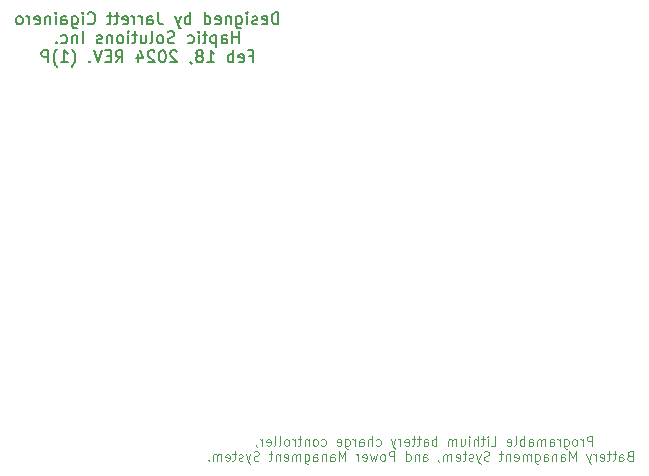
<source format=gbr>
%TF.GenerationSoftware,KiCad,Pcbnew,6.0.11+dfsg-1~bpo11+1*%
%TF.CreationDate,2024-02-18T22:16:09-06:00*%
%TF.ProjectId,BTMS,42544d53-2e6b-4696-9361-645f70636258,rev?*%
%TF.SameCoordinates,Original*%
%TF.FileFunction,Legend,Bot*%
%TF.FilePolarity,Positive*%
%FSLAX46Y46*%
G04 Gerber Fmt 4.6, Leading zero omitted, Abs format (unit mm)*
G04 Created by KiCad (PCBNEW 6.0.11+dfsg-1~bpo11+1) date 2024-02-18 22:16:09*
%MOMM*%
%LPD*%
G01*
G04 APERTURE LIST*
%ADD10C,0.150000*%
%ADD11C,0.125000*%
G04 APERTURE END LIST*
D10*
X131467428Y-113142380D02*
X131467428Y-112142380D01*
X131229333Y-112142380D01*
X131086476Y-112190000D01*
X130991238Y-112285238D01*
X130943619Y-112380476D01*
X130896000Y-112570952D01*
X130896000Y-112713809D01*
X130943619Y-112904285D01*
X130991238Y-112999523D01*
X131086476Y-113094761D01*
X131229333Y-113142380D01*
X131467428Y-113142380D01*
X130086476Y-113094761D02*
X130181714Y-113142380D01*
X130372190Y-113142380D01*
X130467428Y-113094761D01*
X130515047Y-112999523D01*
X130515047Y-112618571D01*
X130467428Y-112523333D01*
X130372190Y-112475714D01*
X130181714Y-112475714D01*
X130086476Y-112523333D01*
X130038857Y-112618571D01*
X130038857Y-112713809D01*
X130515047Y-112809047D01*
X129657904Y-113094761D02*
X129562666Y-113142380D01*
X129372190Y-113142380D01*
X129276952Y-113094761D01*
X129229333Y-112999523D01*
X129229333Y-112951904D01*
X129276952Y-112856666D01*
X129372190Y-112809047D01*
X129515047Y-112809047D01*
X129610285Y-112761428D01*
X129657904Y-112666190D01*
X129657904Y-112618571D01*
X129610285Y-112523333D01*
X129515047Y-112475714D01*
X129372190Y-112475714D01*
X129276952Y-112523333D01*
X128800761Y-113142380D02*
X128800761Y-112475714D01*
X128800761Y-112142380D02*
X128848380Y-112190000D01*
X128800761Y-112237619D01*
X128753142Y-112190000D01*
X128800761Y-112142380D01*
X128800761Y-112237619D01*
X127896000Y-112475714D02*
X127896000Y-113285238D01*
X127943619Y-113380476D01*
X127991238Y-113428095D01*
X128086476Y-113475714D01*
X128229333Y-113475714D01*
X128324571Y-113428095D01*
X127896000Y-113094761D02*
X127991238Y-113142380D01*
X128181714Y-113142380D01*
X128276952Y-113094761D01*
X128324571Y-113047142D01*
X128372190Y-112951904D01*
X128372190Y-112666190D01*
X128324571Y-112570952D01*
X128276952Y-112523333D01*
X128181714Y-112475714D01*
X127991238Y-112475714D01*
X127896000Y-112523333D01*
X127419809Y-112475714D02*
X127419809Y-113142380D01*
X127419809Y-112570952D02*
X127372190Y-112523333D01*
X127276952Y-112475714D01*
X127134095Y-112475714D01*
X127038857Y-112523333D01*
X126991238Y-112618571D01*
X126991238Y-113142380D01*
X126134095Y-113094761D02*
X126229333Y-113142380D01*
X126419809Y-113142380D01*
X126515047Y-113094761D01*
X126562666Y-112999523D01*
X126562666Y-112618571D01*
X126515047Y-112523333D01*
X126419809Y-112475714D01*
X126229333Y-112475714D01*
X126134095Y-112523333D01*
X126086476Y-112618571D01*
X126086476Y-112713809D01*
X126562666Y-112809047D01*
X125229333Y-113142380D02*
X125229333Y-112142380D01*
X125229333Y-113094761D02*
X125324571Y-113142380D01*
X125515047Y-113142380D01*
X125610285Y-113094761D01*
X125657904Y-113047142D01*
X125705523Y-112951904D01*
X125705523Y-112666190D01*
X125657904Y-112570952D01*
X125610285Y-112523333D01*
X125515047Y-112475714D01*
X125324571Y-112475714D01*
X125229333Y-112523333D01*
X123991238Y-113142380D02*
X123991238Y-112142380D01*
X123991238Y-112523333D02*
X123896000Y-112475714D01*
X123705523Y-112475714D01*
X123610285Y-112523333D01*
X123562666Y-112570952D01*
X123515047Y-112666190D01*
X123515047Y-112951904D01*
X123562666Y-113047142D01*
X123610285Y-113094761D01*
X123705523Y-113142380D01*
X123896000Y-113142380D01*
X123991238Y-113094761D01*
X123181714Y-112475714D02*
X122943619Y-113142380D01*
X122705523Y-112475714D02*
X122943619Y-113142380D01*
X123038857Y-113380476D01*
X123086476Y-113428095D01*
X123181714Y-113475714D01*
X121276952Y-112142380D02*
X121276952Y-112856666D01*
X121324571Y-112999523D01*
X121419809Y-113094761D01*
X121562666Y-113142380D01*
X121657904Y-113142380D01*
X120372190Y-113142380D02*
X120372190Y-112618571D01*
X120419809Y-112523333D01*
X120515047Y-112475714D01*
X120705523Y-112475714D01*
X120800761Y-112523333D01*
X120372190Y-113094761D02*
X120467428Y-113142380D01*
X120705523Y-113142380D01*
X120800761Y-113094761D01*
X120848380Y-112999523D01*
X120848380Y-112904285D01*
X120800761Y-112809047D01*
X120705523Y-112761428D01*
X120467428Y-112761428D01*
X120372190Y-112713809D01*
X119896000Y-113142380D02*
X119896000Y-112475714D01*
X119896000Y-112666190D02*
X119848380Y-112570952D01*
X119800761Y-112523333D01*
X119705523Y-112475714D01*
X119610285Y-112475714D01*
X119276952Y-113142380D02*
X119276952Y-112475714D01*
X119276952Y-112666190D02*
X119229333Y-112570952D01*
X119181714Y-112523333D01*
X119086476Y-112475714D01*
X118991238Y-112475714D01*
X118276952Y-113094761D02*
X118372190Y-113142380D01*
X118562666Y-113142380D01*
X118657904Y-113094761D01*
X118705523Y-112999523D01*
X118705523Y-112618571D01*
X118657904Y-112523333D01*
X118562666Y-112475714D01*
X118372190Y-112475714D01*
X118276952Y-112523333D01*
X118229333Y-112618571D01*
X118229333Y-112713809D01*
X118705523Y-112809047D01*
X117943619Y-112475714D02*
X117562666Y-112475714D01*
X117800761Y-112142380D02*
X117800761Y-112999523D01*
X117753142Y-113094761D01*
X117657904Y-113142380D01*
X117562666Y-113142380D01*
X117372190Y-112475714D02*
X116991238Y-112475714D01*
X117229333Y-112142380D02*
X117229333Y-112999523D01*
X117181714Y-113094761D01*
X117086476Y-113142380D01*
X116991238Y-113142380D01*
X115324571Y-113047142D02*
X115372190Y-113094761D01*
X115515047Y-113142380D01*
X115610285Y-113142380D01*
X115753142Y-113094761D01*
X115848380Y-112999523D01*
X115896000Y-112904285D01*
X115943619Y-112713809D01*
X115943619Y-112570952D01*
X115896000Y-112380476D01*
X115848380Y-112285238D01*
X115753142Y-112190000D01*
X115610285Y-112142380D01*
X115515047Y-112142380D01*
X115372190Y-112190000D01*
X115324571Y-112237619D01*
X114896000Y-113142380D02*
X114896000Y-112475714D01*
X114896000Y-112142380D02*
X114943619Y-112190000D01*
X114896000Y-112237619D01*
X114848380Y-112190000D01*
X114896000Y-112142380D01*
X114896000Y-112237619D01*
X113991238Y-112475714D02*
X113991238Y-113285238D01*
X114038857Y-113380476D01*
X114086476Y-113428095D01*
X114181714Y-113475714D01*
X114324571Y-113475714D01*
X114419809Y-113428095D01*
X113991238Y-113094761D02*
X114086476Y-113142380D01*
X114276952Y-113142380D01*
X114372190Y-113094761D01*
X114419809Y-113047142D01*
X114467428Y-112951904D01*
X114467428Y-112666190D01*
X114419809Y-112570952D01*
X114372190Y-112523333D01*
X114276952Y-112475714D01*
X114086476Y-112475714D01*
X113991238Y-112523333D01*
X113086476Y-113142380D02*
X113086476Y-112618571D01*
X113134095Y-112523333D01*
X113229333Y-112475714D01*
X113419809Y-112475714D01*
X113515047Y-112523333D01*
X113086476Y-113094761D02*
X113181714Y-113142380D01*
X113419809Y-113142380D01*
X113515047Y-113094761D01*
X113562666Y-112999523D01*
X113562666Y-112904285D01*
X113515047Y-112809047D01*
X113419809Y-112761428D01*
X113181714Y-112761428D01*
X113086476Y-112713809D01*
X112610285Y-113142380D02*
X112610285Y-112475714D01*
X112610285Y-112142380D02*
X112657904Y-112190000D01*
X112610285Y-112237619D01*
X112562666Y-112190000D01*
X112610285Y-112142380D01*
X112610285Y-112237619D01*
X112134095Y-112475714D02*
X112134095Y-113142380D01*
X112134095Y-112570952D02*
X112086476Y-112523333D01*
X111991238Y-112475714D01*
X111848380Y-112475714D01*
X111753142Y-112523333D01*
X111705523Y-112618571D01*
X111705523Y-113142380D01*
X110848380Y-113094761D02*
X110943619Y-113142380D01*
X111134095Y-113142380D01*
X111229333Y-113094761D01*
X111276952Y-112999523D01*
X111276952Y-112618571D01*
X111229333Y-112523333D01*
X111134095Y-112475714D01*
X110943619Y-112475714D01*
X110848380Y-112523333D01*
X110800761Y-112618571D01*
X110800761Y-112713809D01*
X111276952Y-112809047D01*
X110372190Y-113142380D02*
X110372190Y-112475714D01*
X110372190Y-112666190D02*
X110324571Y-112570952D01*
X110276952Y-112523333D01*
X110181714Y-112475714D01*
X110086476Y-112475714D01*
X109610285Y-113142380D02*
X109705523Y-113094761D01*
X109753142Y-113047142D01*
X109800761Y-112951904D01*
X109800761Y-112666190D01*
X109753142Y-112570952D01*
X109705523Y-112523333D01*
X109610285Y-112475714D01*
X109467428Y-112475714D01*
X109372190Y-112523333D01*
X109324571Y-112570952D01*
X109276952Y-112666190D01*
X109276952Y-112951904D01*
X109324571Y-113047142D01*
X109372190Y-113094761D01*
X109467428Y-113142380D01*
X109610285Y-113142380D01*
X128134095Y-114752380D02*
X128134095Y-113752380D01*
X128134095Y-114228571D02*
X127562666Y-114228571D01*
X127562666Y-114752380D02*
X127562666Y-113752380D01*
X126657904Y-114752380D02*
X126657904Y-114228571D01*
X126705523Y-114133333D01*
X126800761Y-114085714D01*
X126991238Y-114085714D01*
X127086476Y-114133333D01*
X126657904Y-114704761D02*
X126753142Y-114752380D01*
X126991238Y-114752380D01*
X127086476Y-114704761D01*
X127134095Y-114609523D01*
X127134095Y-114514285D01*
X127086476Y-114419047D01*
X126991238Y-114371428D01*
X126753142Y-114371428D01*
X126657904Y-114323809D01*
X126181714Y-114085714D02*
X126181714Y-115085714D01*
X126181714Y-114133333D02*
X126086476Y-114085714D01*
X125896000Y-114085714D01*
X125800761Y-114133333D01*
X125753142Y-114180952D01*
X125705523Y-114276190D01*
X125705523Y-114561904D01*
X125753142Y-114657142D01*
X125800761Y-114704761D01*
X125896000Y-114752380D01*
X126086476Y-114752380D01*
X126181714Y-114704761D01*
X125419809Y-114085714D02*
X125038857Y-114085714D01*
X125276952Y-113752380D02*
X125276952Y-114609523D01*
X125229333Y-114704761D01*
X125134095Y-114752380D01*
X125038857Y-114752380D01*
X124705523Y-114752380D02*
X124705523Y-114085714D01*
X124705523Y-113752380D02*
X124753142Y-113800000D01*
X124705523Y-113847619D01*
X124657904Y-113800000D01*
X124705523Y-113752380D01*
X124705523Y-113847619D01*
X123800761Y-114704761D02*
X123896000Y-114752380D01*
X124086476Y-114752380D01*
X124181714Y-114704761D01*
X124229333Y-114657142D01*
X124276952Y-114561904D01*
X124276952Y-114276190D01*
X124229333Y-114180952D01*
X124181714Y-114133333D01*
X124086476Y-114085714D01*
X123896000Y-114085714D01*
X123800761Y-114133333D01*
X122657904Y-114704761D02*
X122515047Y-114752380D01*
X122276952Y-114752380D01*
X122181714Y-114704761D01*
X122134095Y-114657142D01*
X122086476Y-114561904D01*
X122086476Y-114466666D01*
X122134095Y-114371428D01*
X122181714Y-114323809D01*
X122276952Y-114276190D01*
X122467428Y-114228571D01*
X122562666Y-114180952D01*
X122610285Y-114133333D01*
X122657904Y-114038095D01*
X122657904Y-113942857D01*
X122610285Y-113847619D01*
X122562666Y-113800000D01*
X122467428Y-113752380D01*
X122229333Y-113752380D01*
X122086476Y-113800000D01*
X121515047Y-114752380D02*
X121610285Y-114704761D01*
X121657904Y-114657142D01*
X121705523Y-114561904D01*
X121705523Y-114276190D01*
X121657904Y-114180952D01*
X121610285Y-114133333D01*
X121515047Y-114085714D01*
X121372190Y-114085714D01*
X121276952Y-114133333D01*
X121229333Y-114180952D01*
X121181714Y-114276190D01*
X121181714Y-114561904D01*
X121229333Y-114657142D01*
X121276952Y-114704761D01*
X121372190Y-114752380D01*
X121515047Y-114752380D01*
X120610285Y-114752380D02*
X120705523Y-114704761D01*
X120753142Y-114609523D01*
X120753142Y-113752380D01*
X119800761Y-114085714D02*
X119800761Y-114752380D01*
X120229333Y-114085714D02*
X120229333Y-114609523D01*
X120181714Y-114704761D01*
X120086476Y-114752380D01*
X119943619Y-114752380D01*
X119848380Y-114704761D01*
X119800761Y-114657142D01*
X119467428Y-114085714D02*
X119086476Y-114085714D01*
X119324571Y-113752380D02*
X119324571Y-114609523D01*
X119276952Y-114704761D01*
X119181714Y-114752380D01*
X119086476Y-114752380D01*
X118753142Y-114752380D02*
X118753142Y-114085714D01*
X118753142Y-113752380D02*
X118800761Y-113800000D01*
X118753142Y-113847619D01*
X118705523Y-113800000D01*
X118753142Y-113752380D01*
X118753142Y-113847619D01*
X118134095Y-114752380D02*
X118229333Y-114704761D01*
X118276952Y-114657142D01*
X118324571Y-114561904D01*
X118324571Y-114276190D01*
X118276952Y-114180952D01*
X118229333Y-114133333D01*
X118134095Y-114085714D01*
X117991238Y-114085714D01*
X117896000Y-114133333D01*
X117848380Y-114180952D01*
X117800761Y-114276190D01*
X117800761Y-114561904D01*
X117848380Y-114657142D01*
X117896000Y-114704761D01*
X117991238Y-114752380D01*
X118134095Y-114752380D01*
X117372190Y-114085714D02*
X117372190Y-114752380D01*
X117372190Y-114180952D02*
X117324571Y-114133333D01*
X117229333Y-114085714D01*
X117086476Y-114085714D01*
X116991238Y-114133333D01*
X116943619Y-114228571D01*
X116943619Y-114752380D01*
X116515047Y-114704761D02*
X116419809Y-114752380D01*
X116229333Y-114752380D01*
X116134095Y-114704761D01*
X116086476Y-114609523D01*
X116086476Y-114561904D01*
X116134095Y-114466666D01*
X116229333Y-114419047D01*
X116372190Y-114419047D01*
X116467428Y-114371428D01*
X116515047Y-114276190D01*
X116515047Y-114228571D01*
X116467428Y-114133333D01*
X116372190Y-114085714D01*
X116229333Y-114085714D01*
X116134095Y-114133333D01*
X114896000Y-114752380D02*
X114896000Y-113752380D01*
X114419809Y-114085714D02*
X114419809Y-114752380D01*
X114419809Y-114180952D02*
X114372190Y-114133333D01*
X114276952Y-114085714D01*
X114134095Y-114085714D01*
X114038857Y-114133333D01*
X113991238Y-114228571D01*
X113991238Y-114752380D01*
X113086476Y-114704761D02*
X113181714Y-114752380D01*
X113372190Y-114752380D01*
X113467428Y-114704761D01*
X113515047Y-114657142D01*
X113562666Y-114561904D01*
X113562666Y-114276190D01*
X113515047Y-114180952D01*
X113467428Y-114133333D01*
X113372190Y-114085714D01*
X113181714Y-114085714D01*
X113086476Y-114133333D01*
X112657904Y-114657142D02*
X112610285Y-114704761D01*
X112657904Y-114752380D01*
X112705523Y-114704761D01*
X112657904Y-114657142D01*
X112657904Y-114752380D01*
X129015047Y-115838571D02*
X129348380Y-115838571D01*
X129348380Y-116362380D02*
X129348380Y-115362380D01*
X128872190Y-115362380D01*
X128110285Y-116314761D02*
X128205523Y-116362380D01*
X128396000Y-116362380D01*
X128491238Y-116314761D01*
X128538857Y-116219523D01*
X128538857Y-115838571D01*
X128491238Y-115743333D01*
X128396000Y-115695714D01*
X128205523Y-115695714D01*
X128110285Y-115743333D01*
X128062666Y-115838571D01*
X128062666Y-115933809D01*
X128538857Y-116029047D01*
X127634095Y-116362380D02*
X127634095Y-115362380D01*
X127634095Y-115743333D02*
X127538857Y-115695714D01*
X127348380Y-115695714D01*
X127253142Y-115743333D01*
X127205523Y-115790952D01*
X127157904Y-115886190D01*
X127157904Y-116171904D01*
X127205523Y-116267142D01*
X127253142Y-116314761D01*
X127348380Y-116362380D01*
X127538857Y-116362380D01*
X127634095Y-116314761D01*
X125443619Y-116362380D02*
X126015047Y-116362380D01*
X125729333Y-116362380D02*
X125729333Y-115362380D01*
X125824571Y-115505238D01*
X125919809Y-115600476D01*
X126015047Y-115648095D01*
X124872190Y-115790952D02*
X124967428Y-115743333D01*
X125015047Y-115695714D01*
X125062666Y-115600476D01*
X125062666Y-115552857D01*
X125015047Y-115457619D01*
X124967428Y-115410000D01*
X124872190Y-115362380D01*
X124681714Y-115362380D01*
X124586476Y-115410000D01*
X124538857Y-115457619D01*
X124491238Y-115552857D01*
X124491238Y-115600476D01*
X124538857Y-115695714D01*
X124586476Y-115743333D01*
X124681714Y-115790952D01*
X124872190Y-115790952D01*
X124967428Y-115838571D01*
X125015047Y-115886190D01*
X125062666Y-115981428D01*
X125062666Y-116171904D01*
X125015047Y-116267142D01*
X124967428Y-116314761D01*
X124872190Y-116362380D01*
X124681714Y-116362380D01*
X124586476Y-116314761D01*
X124538857Y-116267142D01*
X124491238Y-116171904D01*
X124491238Y-115981428D01*
X124538857Y-115886190D01*
X124586476Y-115838571D01*
X124681714Y-115790952D01*
X124015047Y-116314761D02*
X124015047Y-116362380D01*
X124062666Y-116457619D01*
X124110285Y-116505238D01*
X122872190Y-115457619D02*
X122824571Y-115410000D01*
X122729333Y-115362380D01*
X122491238Y-115362380D01*
X122396000Y-115410000D01*
X122348380Y-115457619D01*
X122300761Y-115552857D01*
X122300761Y-115648095D01*
X122348380Y-115790952D01*
X122919809Y-116362380D01*
X122300761Y-116362380D01*
X121681714Y-115362380D02*
X121586476Y-115362380D01*
X121491238Y-115410000D01*
X121443619Y-115457619D01*
X121396000Y-115552857D01*
X121348380Y-115743333D01*
X121348380Y-115981428D01*
X121396000Y-116171904D01*
X121443619Y-116267142D01*
X121491238Y-116314761D01*
X121586476Y-116362380D01*
X121681714Y-116362380D01*
X121776952Y-116314761D01*
X121824571Y-116267142D01*
X121872190Y-116171904D01*
X121919809Y-115981428D01*
X121919809Y-115743333D01*
X121872190Y-115552857D01*
X121824571Y-115457619D01*
X121776952Y-115410000D01*
X121681714Y-115362380D01*
X120967428Y-115457619D02*
X120919809Y-115410000D01*
X120824571Y-115362380D01*
X120586476Y-115362380D01*
X120491238Y-115410000D01*
X120443619Y-115457619D01*
X120396000Y-115552857D01*
X120396000Y-115648095D01*
X120443619Y-115790952D01*
X121015047Y-116362380D01*
X120396000Y-116362380D01*
X119538857Y-115695714D02*
X119538857Y-116362380D01*
X119776952Y-115314761D02*
X120015047Y-116029047D01*
X119396000Y-116029047D01*
X117681714Y-116362380D02*
X118015047Y-115886190D01*
X118253142Y-116362380D02*
X118253142Y-115362380D01*
X117872190Y-115362380D01*
X117776952Y-115410000D01*
X117729333Y-115457619D01*
X117681714Y-115552857D01*
X117681714Y-115695714D01*
X117729333Y-115790952D01*
X117776952Y-115838571D01*
X117872190Y-115886190D01*
X118253142Y-115886190D01*
X117253142Y-115838571D02*
X116919809Y-115838571D01*
X116776952Y-116362380D02*
X117253142Y-116362380D01*
X117253142Y-115362380D01*
X116776952Y-115362380D01*
X116491238Y-115362380D02*
X116157904Y-116362380D01*
X115824571Y-115362380D01*
X115491238Y-116267142D02*
X115443619Y-116314761D01*
X115491238Y-116362380D01*
X115538857Y-116314761D01*
X115491238Y-116267142D01*
X115491238Y-116362380D01*
X113967428Y-116743333D02*
X114015047Y-116695714D01*
X114110285Y-116552857D01*
X114157904Y-116457619D01*
X114205523Y-116314761D01*
X114253142Y-116076666D01*
X114253142Y-115886190D01*
X114205523Y-115648095D01*
X114157904Y-115505238D01*
X114110285Y-115410000D01*
X114015047Y-115267142D01*
X113967428Y-115219523D01*
X113062666Y-116362380D02*
X113634095Y-116362380D01*
X113348380Y-116362380D02*
X113348380Y-115362380D01*
X113443619Y-115505238D01*
X113538857Y-115600476D01*
X113634095Y-115648095D01*
X112729333Y-116743333D02*
X112681714Y-116695714D01*
X112586476Y-116552857D01*
X112538857Y-116457619D01*
X112491238Y-116314761D01*
X112443619Y-116076666D01*
X112443619Y-115886190D01*
X112491238Y-115648095D01*
X112538857Y-115505238D01*
X112586476Y-115410000D01*
X112681714Y-115267142D01*
X112729333Y-115219523D01*
X111967428Y-116362380D02*
X111967428Y-115362380D01*
X111586476Y-115362380D01*
X111491238Y-115410000D01*
X111443619Y-115457619D01*
X111396000Y-115552857D01*
X111396000Y-115695714D01*
X111443619Y-115790952D01*
X111491238Y-115838571D01*
X111586476Y-115886190D01*
X111967428Y-115886190D01*
D11*
X158024285Y-148815904D02*
X158024285Y-148015904D01*
X157719523Y-148015904D01*
X157643333Y-148054000D01*
X157605238Y-148092095D01*
X157567142Y-148168285D01*
X157567142Y-148282571D01*
X157605238Y-148358761D01*
X157643333Y-148396857D01*
X157719523Y-148434952D01*
X158024285Y-148434952D01*
X157224285Y-148815904D02*
X157224285Y-148282571D01*
X157224285Y-148434952D02*
X157186190Y-148358761D01*
X157148095Y-148320666D01*
X157071904Y-148282571D01*
X156995714Y-148282571D01*
X156614761Y-148815904D02*
X156690952Y-148777809D01*
X156729047Y-148739714D01*
X156767142Y-148663523D01*
X156767142Y-148434952D01*
X156729047Y-148358761D01*
X156690952Y-148320666D01*
X156614761Y-148282571D01*
X156500476Y-148282571D01*
X156424285Y-148320666D01*
X156386190Y-148358761D01*
X156348095Y-148434952D01*
X156348095Y-148663523D01*
X156386190Y-148739714D01*
X156424285Y-148777809D01*
X156500476Y-148815904D01*
X156614761Y-148815904D01*
X155662380Y-148282571D02*
X155662380Y-148930190D01*
X155700476Y-149006380D01*
X155738571Y-149044476D01*
X155814761Y-149082571D01*
X155929047Y-149082571D01*
X156005238Y-149044476D01*
X155662380Y-148777809D02*
X155738571Y-148815904D01*
X155890952Y-148815904D01*
X155967142Y-148777809D01*
X156005238Y-148739714D01*
X156043333Y-148663523D01*
X156043333Y-148434952D01*
X156005238Y-148358761D01*
X155967142Y-148320666D01*
X155890952Y-148282571D01*
X155738571Y-148282571D01*
X155662380Y-148320666D01*
X155281428Y-148815904D02*
X155281428Y-148282571D01*
X155281428Y-148434952D02*
X155243333Y-148358761D01*
X155205238Y-148320666D01*
X155129047Y-148282571D01*
X155052857Y-148282571D01*
X154443333Y-148815904D02*
X154443333Y-148396857D01*
X154481428Y-148320666D01*
X154557619Y-148282571D01*
X154710000Y-148282571D01*
X154786190Y-148320666D01*
X154443333Y-148777809D02*
X154519523Y-148815904D01*
X154710000Y-148815904D01*
X154786190Y-148777809D01*
X154824285Y-148701619D01*
X154824285Y-148625428D01*
X154786190Y-148549238D01*
X154710000Y-148511142D01*
X154519523Y-148511142D01*
X154443333Y-148473047D01*
X154062380Y-148815904D02*
X154062380Y-148282571D01*
X154062380Y-148358761D02*
X154024285Y-148320666D01*
X153948095Y-148282571D01*
X153833809Y-148282571D01*
X153757619Y-148320666D01*
X153719523Y-148396857D01*
X153719523Y-148815904D01*
X153719523Y-148396857D02*
X153681428Y-148320666D01*
X153605238Y-148282571D01*
X153490952Y-148282571D01*
X153414761Y-148320666D01*
X153376666Y-148396857D01*
X153376666Y-148815904D01*
X152652857Y-148815904D02*
X152652857Y-148396857D01*
X152690952Y-148320666D01*
X152767142Y-148282571D01*
X152919523Y-148282571D01*
X152995714Y-148320666D01*
X152652857Y-148777809D02*
X152729047Y-148815904D01*
X152919523Y-148815904D01*
X152995714Y-148777809D01*
X153033809Y-148701619D01*
X153033809Y-148625428D01*
X152995714Y-148549238D01*
X152919523Y-148511142D01*
X152729047Y-148511142D01*
X152652857Y-148473047D01*
X152271904Y-148815904D02*
X152271904Y-148015904D01*
X152271904Y-148320666D02*
X152195714Y-148282571D01*
X152043333Y-148282571D01*
X151967142Y-148320666D01*
X151929047Y-148358761D01*
X151890952Y-148434952D01*
X151890952Y-148663523D01*
X151929047Y-148739714D01*
X151967142Y-148777809D01*
X152043333Y-148815904D01*
X152195714Y-148815904D01*
X152271904Y-148777809D01*
X151433809Y-148815904D02*
X151510000Y-148777809D01*
X151548095Y-148701619D01*
X151548095Y-148015904D01*
X150824285Y-148777809D02*
X150900476Y-148815904D01*
X151052857Y-148815904D01*
X151129047Y-148777809D01*
X151167142Y-148701619D01*
X151167142Y-148396857D01*
X151129047Y-148320666D01*
X151052857Y-148282571D01*
X150900476Y-148282571D01*
X150824285Y-148320666D01*
X150786190Y-148396857D01*
X150786190Y-148473047D01*
X151167142Y-148549238D01*
X149452857Y-148815904D02*
X149833809Y-148815904D01*
X149833809Y-148015904D01*
X149186190Y-148815904D02*
X149186190Y-148282571D01*
X149186190Y-148015904D02*
X149224285Y-148054000D01*
X149186190Y-148092095D01*
X149148095Y-148054000D01*
X149186190Y-148015904D01*
X149186190Y-148092095D01*
X148919523Y-148282571D02*
X148614761Y-148282571D01*
X148805238Y-148015904D02*
X148805238Y-148701619D01*
X148767142Y-148777809D01*
X148690952Y-148815904D01*
X148614761Y-148815904D01*
X148348095Y-148815904D02*
X148348095Y-148015904D01*
X148005238Y-148815904D02*
X148005238Y-148396857D01*
X148043333Y-148320666D01*
X148119523Y-148282571D01*
X148233809Y-148282571D01*
X148310000Y-148320666D01*
X148348095Y-148358761D01*
X147624285Y-148815904D02*
X147624285Y-148282571D01*
X147624285Y-148015904D02*
X147662380Y-148054000D01*
X147624285Y-148092095D01*
X147586190Y-148054000D01*
X147624285Y-148015904D01*
X147624285Y-148092095D01*
X146900476Y-148282571D02*
X146900476Y-148815904D01*
X147243333Y-148282571D02*
X147243333Y-148701619D01*
X147205238Y-148777809D01*
X147129047Y-148815904D01*
X147014761Y-148815904D01*
X146938571Y-148777809D01*
X146900476Y-148739714D01*
X146519523Y-148815904D02*
X146519523Y-148282571D01*
X146519523Y-148358761D02*
X146481428Y-148320666D01*
X146405238Y-148282571D01*
X146290952Y-148282571D01*
X146214761Y-148320666D01*
X146176666Y-148396857D01*
X146176666Y-148815904D01*
X146176666Y-148396857D02*
X146138571Y-148320666D01*
X146062380Y-148282571D01*
X145948095Y-148282571D01*
X145871904Y-148320666D01*
X145833809Y-148396857D01*
X145833809Y-148815904D01*
X144843333Y-148815904D02*
X144843333Y-148015904D01*
X144843333Y-148320666D02*
X144767142Y-148282571D01*
X144614761Y-148282571D01*
X144538571Y-148320666D01*
X144500476Y-148358761D01*
X144462380Y-148434952D01*
X144462380Y-148663523D01*
X144500476Y-148739714D01*
X144538571Y-148777809D01*
X144614761Y-148815904D01*
X144767142Y-148815904D01*
X144843333Y-148777809D01*
X143776666Y-148815904D02*
X143776666Y-148396857D01*
X143814761Y-148320666D01*
X143890952Y-148282571D01*
X144043333Y-148282571D01*
X144119523Y-148320666D01*
X143776666Y-148777809D02*
X143852857Y-148815904D01*
X144043333Y-148815904D01*
X144119523Y-148777809D01*
X144157619Y-148701619D01*
X144157619Y-148625428D01*
X144119523Y-148549238D01*
X144043333Y-148511142D01*
X143852857Y-148511142D01*
X143776666Y-148473047D01*
X143510000Y-148282571D02*
X143205238Y-148282571D01*
X143395714Y-148015904D02*
X143395714Y-148701619D01*
X143357619Y-148777809D01*
X143281428Y-148815904D01*
X143205238Y-148815904D01*
X143052857Y-148282571D02*
X142748095Y-148282571D01*
X142938571Y-148015904D02*
X142938571Y-148701619D01*
X142900476Y-148777809D01*
X142824285Y-148815904D01*
X142748095Y-148815904D01*
X142176666Y-148777809D02*
X142252857Y-148815904D01*
X142405238Y-148815904D01*
X142481428Y-148777809D01*
X142519523Y-148701619D01*
X142519523Y-148396857D01*
X142481428Y-148320666D01*
X142405238Y-148282571D01*
X142252857Y-148282571D01*
X142176666Y-148320666D01*
X142138571Y-148396857D01*
X142138571Y-148473047D01*
X142519523Y-148549238D01*
X141795714Y-148815904D02*
X141795714Y-148282571D01*
X141795714Y-148434952D02*
X141757619Y-148358761D01*
X141719523Y-148320666D01*
X141643333Y-148282571D01*
X141567142Y-148282571D01*
X141376666Y-148282571D02*
X141186190Y-148815904D01*
X140995714Y-148282571D02*
X141186190Y-148815904D01*
X141262380Y-149006380D01*
X141300476Y-149044476D01*
X141376666Y-149082571D01*
X139738571Y-148777809D02*
X139814761Y-148815904D01*
X139967142Y-148815904D01*
X140043333Y-148777809D01*
X140081428Y-148739714D01*
X140119523Y-148663523D01*
X140119523Y-148434952D01*
X140081428Y-148358761D01*
X140043333Y-148320666D01*
X139967142Y-148282571D01*
X139814761Y-148282571D01*
X139738571Y-148320666D01*
X139395714Y-148815904D02*
X139395714Y-148015904D01*
X139052857Y-148815904D02*
X139052857Y-148396857D01*
X139090952Y-148320666D01*
X139167142Y-148282571D01*
X139281428Y-148282571D01*
X139357619Y-148320666D01*
X139395714Y-148358761D01*
X138329047Y-148815904D02*
X138329047Y-148396857D01*
X138367142Y-148320666D01*
X138443333Y-148282571D01*
X138595714Y-148282571D01*
X138671904Y-148320666D01*
X138329047Y-148777809D02*
X138405238Y-148815904D01*
X138595714Y-148815904D01*
X138671904Y-148777809D01*
X138710000Y-148701619D01*
X138710000Y-148625428D01*
X138671904Y-148549238D01*
X138595714Y-148511142D01*
X138405238Y-148511142D01*
X138329047Y-148473047D01*
X137948095Y-148815904D02*
X137948095Y-148282571D01*
X137948095Y-148434952D02*
X137910000Y-148358761D01*
X137871904Y-148320666D01*
X137795714Y-148282571D01*
X137719523Y-148282571D01*
X137110000Y-148282571D02*
X137110000Y-148930190D01*
X137148095Y-149006380D01*
X137186190Y-149044476D01*
X137262380Y-149082571D01*
X137376666Y-149082571D01*
X137452857Y-149044476D01*
X137110000Y-148777809D02*
X137186190Y-148815904D01*
X137338571Y-148815904D01*
X137414761Y-148777809D01*
X137452857Y-148739714D01*
X137490952Y-148663523D01*
X137490952Y-148434952D01*
X137452857Y-148358761D01*
X137414761Y-148320666D01*
X137338571Y-148282571D01*
X137186190Y-148282571D01*
X137110000Y-148320666D01*
X136424285Y-148777809D02*
X136500476Y-148815904D01*
X136652857Y-148815904D01*
X136729047Y-148777809D01*
X136767142Y-148701619D01*
X136767142Y-148396857D01*
X136729047Y-148320666D01*
X136652857Y-148282571D01*
X136500476Y-148282571D01*
X136424285Y-148320666D01*
X136386190Y-148396857D01*
X136386190Y-148473047D01*
X136767142Y-148549238D01*
X135090952Y-148777809D02*
X135167142Y-148815904D01*
X135319523Y-148815904D01*
X135395714Y-148777809D01*
X135433809Y-148739714D01*
X135471904Y-148663523D01*
X135471904Y-148434952D01*
X135433809Y-148358761D01*
X135395714Y-148320666D01*
X135319523Y-148282571D01*
X135167142Y-148282571D01*
X135090952Y-148320666D01*
X134633809Y-148815904D02*
X134710000Y-148777809D01*
X134748095Y-148739714D01*
X134786190Y-148663523D01*
X134786190Y-148434952D01*
X134748095Y-148358761D01*
X134710000Y-148320666D01*
X134633809Y-148282571D01*
X134519523Y-148282571D01*
X134443333Y-148320666D01*
X134405238Y-148358761D01*
X134367142Y-148434952D01*
X134367142Y-148663523D01*
X134405238Y-148739714D01*
X134443333Y-148777809D01*
X134519523Y-148815904D01*
X134633809Y-148815904D01*
X134024285Y-148282571D02*
X134024285Y-148815904D01*
X134024285Y-148358761D02*
X133986190Y-148320666D01*
X133910000Y-148282571D01*
X133795714Y-148282571D01*
X133719523Y-148320666D01*
X133681428Y-148396857D01*
X133681428Y-148815904D01*
X133414761Y-148282571D02*
X133110000Y-148282571D01*
X133300476Y-148015904D02*
X133300476Y-148701619D01*
X133262380Y-148777809D01*
X133186190Y-148815904D01*
X133110000Y-148815904D01*
X132843333Y-148815904D02*
X132843333Y-148282571D01*
X132843333Y-148434952D02*
X132805238Y-148358761D01*
X132767142Y-148320666D01*
X132690952Y-148282571D01*
X132614761Y-148282571D01*
X132233809Y-148815904D02*
X132310000Y-148777809D01*
X132348095Y-148739714D01*
X132386190Y-148663523D01*
X132386190Y-148434952D01*
X132348095Y-148358761D01*
X132310000Y-148320666D01*
X132233809Y-148282571D01*
X132119523Y-148282571D01*
X132043333Y-148320666D01*
X132005238Y-148358761D01*
X131967142Y-148434952D01*
X131967142Y-148663523D01*
X132005238Y-148739714D01*
X132043333Y-148777809D01*
X132119523Y-148815904D01*
X132233809Y-148815904D01*
X131510000Y-148815904D02*
X131586190Y-148777809D01*
X131624285Y-148701619D01*
X131624285Y-148015904D01*
X131090952Y-148815904D02*
X131167142Y-148777809D01*
X131205238Y-148701619D01*
X131205238Y-148015904D01*
X130481428Y-148777809D02*
X130557619Y-148815904D01*
X130710000Y-148815904D01*
X130786190Y-148777809D01*
X130824285Y-148701619D01*
X130824285Y-148396857D01*
X130786190Y-148320666D01*
X130710000Y-148282571D01*
X130557619Y-148282571D01*
X130481428Y-148320666D01*
X130443333Y-148396857D01*
X130443333Y-148473047D01*
X130824285Y-148549238D01*
X130100476Y-148815904D02*
X130100476Y-148282571D01*
X130100476Y-148434952D02*
X130062380Y-148358761D01*
X130024285Y-148320666D01*
X129948095Y-148282571D01*
X129871904Y-148282571D01*
X129567142Y-148777809D02*
X129567142Y-148815904D01*
X129605238Y-148892095D01*
X129643333Y-148930190D01*
X161205238Y-149684857D02*
X161090952Y-149722952D01*
X161052857Y-149761047D01*
X161014761Y-149837238D01*
X161014761Y-149951523D01*
X161052857Y-150027714D01*
X161090952Y-150065809D01*
X161167142Y-150103904D01*
X161471904Y-150103904D01*
X161471904Y-149303904D01*
X161205238Y-149303904D01*
X161129047Y-149342000D01*
X161090952Y-149380095D01*
X161052857Y-149456285D01*
X161052857Y-149532476D01*
X161090952Y-149608666D01*
X161129047Y-149646761D01*
X161205238Y-149684857D01*
X161471904Y-149684857D01*
X160329047Y-150103904D02*
X160329047Y-149684857D01*
X160367142Y-149608666D01*
X160443333Y-149570571D01*
X160595714Y-149570571D01*
X160671904Y-149608666D01*
X160329047Y-150065809D02*
X160405238Y-150103904D01*
X160595714Y-150103904D01*
X160671904Y-150065809D01*
X160710000Y-149989619D01*
X160710000Y-149913428D01*
X160671904Y-149837238D01*
X160595714Y-149799142D01*
X160405238Y-149799142D01*
X160329047Y-149761047D01*
X160062380Y-149570571D02*
X159757619Y-149570571D01*
X159948095Y-149303904D02*
X159948095Y-149989619D01*
X159910000Y-150065809D01*
X159833809Y-150103904D01*
X159757619Y-150103904D01*
X159605238Y-149570571D02*
X159300476Y-149570571D01*
X159490952Y-149303904D02*
X159490952Y-149989619D01*
X159452857Y-150065809D01*
X159376666Y-150103904D01*
X159300476Y-150103904D01*
X158729047Y-150065809D02*
X158805238Y-150103904D01*
X158957619Y-150103904D01*
X159033809Y-150065809D01*
X159071904Y-149989619D01*
X159071904Y-149684857D01*
X159033809Y-149608666D01*
X158957619Y-149570571D01*
X158805238Y-149570571D01*
X158729047Y-149608666D01*
X158690952Y-149684857D01*
X158690952Y-149761047D01*
X159071904Y-149837238D01*
X158348095Y-150103904D02*
X158348095Y-149570571D01*
X158348095Y-149722952D02*
X158310000Y-149646761D01*
X158271904Y-149608666D01*
X158195714Y-149570571D01*
X158119523Y-149570571D01*
X157929047Y-149570571D02*
X157738571Y-150103904D01*
X157548095Y-149570571D02*
X157738571Y-150103904D01*
X157814761Y-150294380D01*
X157852857Y-150332476D01*
X157929047Y-150370571D01*
X156633809Y-150103904D02*
X156633809Y-149303904D01*
X156367142Y-149875333D01*
X156100476Y-149303904D01*
X156100476Y-150103904D01*
X155376666Y-150103904D02*
X155376666Y-149684857D01*
X155414761Y-149608666D01*
X155490952Y-149570571D01*
X155643333Y-149570571D01*
X155719523Y-149608666D01*
X155376666Y-150065809D02*
X155452857Y-150103904D01*
X155643333Y-150103904D01*
X155719523Y-150065809D01*
X155757619Y-149989619D01*
X155757619Y-149913428D01*
X155719523Y-149837238D01*
X155643333Y-149799142D01*
X155452857Y-149799142D01*
X155376666Y-149761047D01*
X154995714Y-149570571D02*
X154995714Y-150103904D01*
X154995714Y-149646761D02*
X154957619Y-149608666D01*
X154881428Y-149570571D01*
X154767142Y-149570571D01*
X154690952Y-149608666D01*
X154652857Y-149684857D01*
X154652857Y-150103904D01*
X153929047Y-150103904D02*
X153929047Y-149684857D01*
X153967142Y-149608666D01*
X154043333Y-149570571D01*
X154195714Y-149570571D01*
X154271904Y-149608666D01*
X153929047Y-150065809D02*
X154005238Y-150103904D01*
X154195714Y-150103904D01*
X154271904Y-150065809D01*
X154310000Y-149989619D01*
X154310000Y-149913428D01*
X154271904Y-149837238D01*
X154195714Y-149799142D01*
X154005238Y-149799142D01*
X153929047Y-149761047D01*
X153205238Y-149570571D02*
X153205238Y-150218190D01*
X153243333Y-150294380D01*
X153281428Y-150332476D01*
X153357619Y-150370571D01*
X153471904Y-150370571D01*
X153548095Y-150332476D01*
X153205238Y-150065809D02*
X153281428Y-150103904D01*
X153433809Y-150103904D01*
X153510000Y-150065809D01*
X153548095Y-150027714D01*
X153586190Y-149951523D01*
X153586190Y-149722952D01*
X153548095Y-149646761D01*
X153510000Y-149608666D01*
X153433809Y-149570571D01*
X153281428Y-149570571D01*
X153205238Y-149608666D01*
X152824285Y-150103904D02*
X152824285Y-149570571D01*
X152824285Y-149646761D02*
X152786190Y-149608666D01*
X152710000Y-149570571D01*
X152595714Y-149570571D01*
X152519523Y-149608666D01*
X152481428Y-149684857D01*
X152481428Y-150103904D01*
X152481428Y-149684857D02*
X152443333Y-149608666D01*
X152367142Y-149570571D01*
X152252857Y-149570571D01*
X152176666Y-149608666D01*
X152138571Y-149684857D01*
X152138571Y-150103904D01*
X151452857Y-150065809D02*
X151529047Y-150103904D01*
X151681428Y-150103904D01*
X151757619Y-150065809D01*
X151795714Y-149989619D01*
X151795714Y-149684857D01*
X151757619Y-149608666D01*
X151681428Y-149570571D01*
X151529047Y-149570571D01*
X151452857Y-149608666D01*
X151414761Y-149684857D01*
X151414761Y-149761047D01*
X151795714Y-149837238D01*
X151071904Y-149570571D02*
X151071904Y-150103904D01*
X151071904Y-149646761D02*
X151033809Y-149608666D01*
X150957619Y-149570571D01*
X150843333Y-149570571D01*
X150767142Y-149608666D01*
X150729047Y-149684857D01*
X150729047Y-150103904D01*
X150462380Y-149570571D02*
X150157619Y-149570571D01*
X150348095Y-149303904D02*
X150348095Y-149989619D01*
X150310000Y-150065809D01*
X150233809Y-150103904D01*
X150157619Y-150103904D01*
X149319523Y-150065809D02*
X149205238Y-150103904D01*
X149014761Y-150103904D01*
X148938571Y-150065809D01*
X148900476Y-150027714D01*
X148862380Y-149951523D01*
X148862380Y-149875333D01*
X148900476Y-149799142D01*
X148938571Y-149761047D01*
X149014761Y-149722952D01*
X149167142Y-149684857D01*
X149243333Y-149646761D01*
X149281428Y-149608666D01*
X149319523Y-149532476D01*
X149319523Y-149456285D01*
X149281428Y-149380095D01*
X149243333Y-149342000D01*
X149167142Y-149303904D01*
X148976666Y-149303904D01*
X148862380Y-149342000D01*
X148595714Y-149570571D02*
X148405238Y-150103904D01*
X148214761Y-149570571D02*
X148405238Y-150103904D01*
X148481428Y-150294380D01*
X148519523Y-150332476D01*
X148595714Y-150370571D01*
X147948095Y-150065809D02*
X147871904Y-150103904D01*
X147719523Y-150103904D01*
X147643333Y-150065809D01*
X147605238Y-149989619D01*
X147605238Y-149951523D01*
X147643333Y-149875333D01*
X147719523Y-149837238D01*
X147833809Y-149837238D01*
X147910000Y-149799142D01*
X147948095Y-149722952D01*
X147948095Y-149684857D01*
X147910000Y-149608666D01*
X147833809Y-149570571D01*
X147719523Y-149570571D01*
X147643333Y-149608666D01*
X147376666Y-149570571D02*
X147071904Y-149570571D01*
X147262380Y-149303904D02*
X147262380Y-149989619D01*
X147224285Y-150065809D01*
X147148095Y-150103904D01*
X147071904Y-150103904D01*
X146500476Y-150065809D02*
X146576666Y-150103904D01*
X146729047Y-150103904D01*
X146805238Y-150065809D01*
X146843333Y-149989619D01*
X146843333Y-149684857D01*
X146805238Y-149608666D01*
X146729047Y-149570571D01*
X146576666Y-149570571D01*
X146500476Y-149608666D01*
X146462380Y-149684857D01*
X146462380Y-149761047D01*
X146843333Y-149837238D01*
X146119523Y-150103904D02*
X146119523Y-149570571D01*
X146119523Y-149646761D02*
X146081428Y-149608666D01*
X146005238Y-149570571D01*
X145890952Y-149570571D01*
X145814761Y-149608666D01*
X145776666Y-149684857D01*
X145776666Y-150103904D01*
X145776666Y-149684857D02*
X145738571Y-149608666D01*
X145662380Y-149570571D01*
X145548095Y-149570571D01*
X145471904Y-149608666D01*
X145433809Y-149684857D01*
X145433809Y-150103904D01*
X145014761Y-150065809D02*
X145014761Y-150103904D01*
X145052857Y-150180095D01*
X145090952Y-150218190D01*
X143719523Y-150103904D02*
X143719523Y-149684857D01*
X143757619Y-149608666D01*
X143833809Y-149570571D01*
X143986190Y-149570571D01*
X144062380Y-149608666D01*
X143719523Y-150065809D02*
X143795714Y-150103904D01*
X143986190Y-150103904D01*
X144062380Y-150065809D01*
X144100476Y-149989619D01*
X144100476Y-149913428D01*
X144062380Y-149837238D01*
X143986190Y-149799142D01*
X143795714Y-149799142D01*
X143719523Y-149761047D01*
X143338571Y-149570571D02*
X143338571Y-150103904D01*
X143338571Y-149646761D02*
X143300476Y-149608666D01*
X143224285Y-149570571D01*
X143110000Y-149570571D01*
X143033809Y-149608666D01*
X142995714Y-149684857D01*
X142995714Y-150103904D01*
X142271904Y-150103904D02*
X142271904Y-149303904D01*
X142271904Y-150065809D02*
X142348095Y-150103904D01*
X142500476Y-150103904D01*
X142576666Y-150065809D01*
X142614761Y-150027714D01*
X142652857Y-149951523D01*
X142652857Y-149722952D01*
X142614761Y-149646761D01*
X142576666Y-149608666D01*
X142500476Y-149570571D01*
X142348095Y-149570571D01*
X142271904Y-149608666D01*
X141281428Y-150103904D02*
X141281428Y-149303904D01*
X140976666Y-149303904D01*
X140900476Y-149342000D01*
X140862380Y-149380095D01*
X140824285Y-149456285D01*
X140824285Y-149570571D01*
X140862380Y-149646761D01*
X140900476Y-149684857D01*
X140976666Y-149722952D01*
X141281428Y-149722952D01*
X140367142Y-150103904D02*
X140443333Y-150065809D01*
X140481428Y-150027714D01*
X140519523Y-149951523D01*
X140519523Y-149722952D01*
X140481428Y-149646761D01*
X140443333Y-149608666D01*
X140367142Y-149570571D01*
X140252857Y-149570571D01*
X140176666Y-149608666D01*
X140138571Y-149646761D01*
X140100476Y-149722952D01*
X140100476Y-149951523D01*
X140138571Y-150027714D01*
X140176666Y-150065809D01*
X140252857Y-150103904D01*
X140367142Y-150103904D01*
X139833809Y-149570571D02*
X139681428Y-150103904D01*
X139529047Y-149722952D01*
X139376666Y-150103904D01*
X139224285Y-149570571D01*
X138614761Y-150065809D02*
X138690952Y-150103904D01*
X138843333Y-150103904D01*
X138919523Y-150065809D01*
X138957619Y-149989619D01*
X138957619Y-149684857D01*
X138919523Y-149608666D01*
X138843333Y-149570571D01*
X138690952Y-149570571D01*
X138614761Y-149608666D01*
X138576666Y-149684857D01*
X138576666Y-149761047D01*
X138957619Y-149837238D01*
X138233809Y-150103904D02*
X138233809Y-149570571D01*
X138233809Y-149722952D02*
X138195714Y-149646761D01*
X138157619Y-149608666D01*
X138081428Y-149570571D01*
X138005238Y-149570571D01*
X137129047Y-150103904D02*
X137129047Y-149303904D01*
X136862380Y-149875333D01*
X136595714Y-149303904D01*
X136595714Y-150103904D01*
X135871904Y-150103904D02*
X135871904Y-149684857D01*
X135910000Y-149608666D01*
X135986190Y-149570571D01*
X136138571Y-149570571D01*
X136214761Y-149608666D01*
X135871904Y-150065809D02*
X135948095Y-150103904D01*
X136138571Y-150103904D01*
X136214761Y-150065809D01*
X136252857Y-149989619D01*
X136252857Y-149913428D01*
X136214761Y-149837238D01*
X136138571Y-149799142D01*
X135948095Y-149799142D01*
X135871904Y-149761047D01*
X135490952Y-149570571D02*
X135490952Y-150103904D01*
X135490952Y-149646761D02*
X135452857Y-149608666D01*
X135376666Y-149570571D01*
X135262380Y-149570571D01*
X135186190Y-149608666D01*
X135148095Y-149684857D01*
X135148095Y-150103904D01*
X134424285Y-150103904D02*
X134424285Y-149684857D01*
X134462380Y-149608666D01*
X134538571Y-149570571D01*
X134690952Y-149570571D01*
X134767142Y-149608666D01*
X134424285Y-150065809D02*
X134500476Y-150103904D01*
X134690952Y-150103904D01*
X134767142Y-150065809D01*
X134805238Y-149989619D01*
X134805238Y-149913428D01*
X134767142Y-149837238D01*
X134690952Y-149799142D01*
X134500476Y-149799142D01*
X134424285Y-149761047D01*
X133700476Y-149570571D02*
X133700476Y-150218190D01*
X133738571Y-150294380D01*
X133776666Y-150332476D01*
X133852857Y-150370571D01*
X133967142Y-150370571D01*
X134043333Y-150332476D01*
X133700476Y-150065809D02*
X133776666Y-150103904D01*
X133929047Y-150103904D01*
X134005238Y-150065809D01*
X134043333Y-150027714D01*
X134081428Y-149951523D01*
X134081428Y-149722952D01*
X134043333Y-149646761D01*
X134005238Y-149608666D01*
X133929047Y-149570571D01*
X133776666Y-149570571D01*
X133700476Y-149608666D01*
X133319523Y-150103904D02*
X133319523Y-149570571D01*
X133319523Y-149646761D02*
X133281428Y-149608666D01*
X133205238Y-149570571D01*
X133090952Y-149570571D01*
X133014761Y-149608666D01*
X132976666Y-149684857D01*
X132976666Y-150103904D01*
X132976666Y-149684857D02*
X132938571Y-149608666D01*
X132862380Y-149570571D01*
X132748095Y-149570571D01*
X132671904Y-149608666D01*
X132633809Y-149684857D01*
X132633809Y-150103904D01*
X131948095Y-150065809D02*
X132024285Y-150103904D01*
X132176666Y-150103904D01*
X132252857Y-150065809D01*
X132290952Y-149989619D01*
X132290952Y-149684857D01*
X132252857Y-149608666D01*
X132176666Y-149570571D01*
X132024285Y-149570571D01*
X131948095Y-149608666D01*
X131909999Y-149684857D01*
X131909999Y-149761047D01*
X132290952Y-149837238D01*
X131567142Y-149570571D02*
X131567142Y-150103904D01*
X131567142Y-149646761D02*
X131529047Y-149608666D01*
X131452857Y-149570571D01*
X131338571Y-149570571D01*
X131262380Y-149608666D01*
X131224285Y-149684857D01*
X131224285Y-150103904D01*
X130957619Y-149570571D02*
X130652857Y-149570571D01*
X130843333Y-149303904D02*
X130843333Y-149989619D01*
X130805238Y-150065809D01*
X130729047Y-150103904D01*
X130652857Y-150103904D01*
X129814761Y-150065809D02*
X129700476Y-150103904D01*
X129509999Y-150103904D01*
X129433809Y-150065809D01*
X129395714Y-150027714D01*
X129357619Y-149951523D01*
X129357619Y-149875333D01*
X129395714Y-149799142D01*
X129433809Y-149761047D01*
X129509999Y-149722952D01*
X129662380Y-149684857D01*
X129738571Y-149646761D01*
X129776666Y-149608666D01*
X129814761Y-149532476D01*
X129814761Y-149456285D01*
X129776666Y-149380095D01*
X129738571Y-149342000D01*
X129662380Y-149303904D01*
X129471904Y-149303904D01*
X129357619Y-149342000D01*
X129090952Y-149570571D02*
X128900476Y-150103904D01*
X128709999Y-149570571D02*
X128900476Y-150103904D01*
X128976666Y-150294380D01*
X129014761Y-150332476D01*
X129090952Y-150370571D01*
X128443333Y-150065809D02*
X128367142Y-150103904D01*
X128214761Y-150103904D01*
X128138571Y-150065809D01*
X128100476Y-149989619D01*
X128100476Y-149951523D01*
X128138571Y-149875333D01*
X128214761Y-149837238D01*
X128329047Y-149837238D01*
X128405238Y-149799142D01*
X128443333Y-149722952D01*
X128443333Y-149684857D01*
X128405238Y-149608666D01*
X128329047Y-149570571D01*
X128214761Y-149570571D01*
X128138571Y-149608666D01*
X127871904Y-149570571D02*
X127567142Y-149570571D01*
X127757619Y-149303904D02*
X127757619Y-149989619D01*
X127719523Y-150065809D01*
X127643333Y-150103904D01*
X127567142Y-150103904D01*
X126995714Y-150065809D02*
X127071904Y-150103904D01*
X127224285Y-150103904D01*
X127300476Y-150065809D01*
X127338571Y-149989619D01*
X127338571Y-149684857D01*
X127300476Y-149608666D01*
X127224285Y-149570571D01*
X127071904Y-149570571D01*
X126995714Y-149608666D01*
X126957619Y-149684857D01*
X126957619Y-149761047D01*
X127338571Y-149837238D01*
X126614761Y-150103904D02*
X126614761Y-149570571D01*
X126614761Y-149646761D02*
X126576666Y-149608666D01*
X126500476Y-149570571D01*
X126386190Y-149570571D01*
X126309999Y-149608666D01*
X126271904Y-149684857D01*
X126271904Y-150103904D01*
X126271904Y-149684857D02*
X126233809Y-149608666D01*
X126157619Y-149570571D01*
X126043333Y-149570571D01*
X125967142Y-149608666D01*
X125929047Y-149684857D01*
X125929047Y-150103904D01*
X125548095Y-150027714D02*
X125509999Y-150065809D01*
X125548095Y-150103904D01*
X125586190Y-150065809D01*
X125548095Y-150027714D01*
X125548095Y-150103904D01*
M02*

</source>
